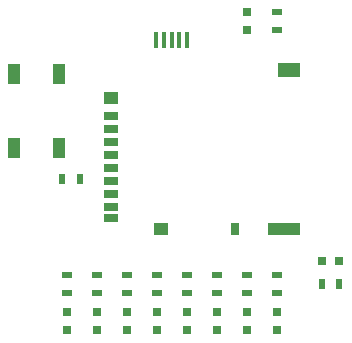
<source format=gbr>
G04 #@! TF.GenerationSoftware,KiCad,Pcbnew,5.0.0*
G04 #@! TF.CreationDate,2018-11-12T22:36:05-05:00*
G04 #@! TF.ProjectId,dot-driver,646F742D6472697665722E6B69636164,rev?*
G04 #@! TF.SameCoordinates,Original*
G04 #@! TF.FileFunction,Paste,Top*
G04 #@! TF.FilePolarity,Positive*
%FSLAX46Y46*%
G04 Gerber Fmt 4.6, Leading zero omitted, Abs format (unit mm)*
G04 Created by KiCad (PCBNEW 5.0.0) date Mon Nov 12 22:36:05 2018*
%MOMM*%
%LPD*%
G01*
G04 APERTURE LIST*
%ADD10R,0.797560X0.797560*%
%ADD11R,0.400000X1.350000*%
%ADD12R,0.900000X0.500000*%
%ADD13R,0.500000X0.900000*%
%ADD14R,1.000000X1.700000*%
%ADD15R,1.900000X1.300000*%
%ADD16R,2.800000X1.000000*%
%ADD17R,0.800000X1.000000*%
%ADD18R,1.200000X1.000000*%
%ADD19R,1.200000X0.700000*%
G04 APERTURE END LIST*
D10*
G04 #@! TO.C,D8*
X142240000Y-106794300D03*
X142240000Y-105295700D03*
G04 #@! TD*
G04 #@! TO.C,D5*
X137160000Y-106794300D03*
X137160000Y-105295700D03*
G04 #@! TD*
G04 #@! TO.C,D3*
X132080000Y-105295700D03*
X132080000Y-106794300D03*
G04 #@! TD*
G04 #@! TO.C,D4*
X134620000Y-105295700D03*
X134620000Y-106794300D03*
G04 #@! TD*
G04 #@! TO.C,D6*
X147320000Y-79895700D03*
X147320000Y-81394300D03*
G04 #@! TD*
G04 #@! TO.C,D7*
X139700000Y-106794300D03*
X139700000Y-105295700D03*
G04 #@! TD*
G04 #@! TO.C,D9*
X144780000Y-105295700D03*
X144780000Y-106794300D03*
G04 #@! TD*
G04 #@! TO.C,D10*
X147320000Y-106794300D03*
X147320000Y-105295700D03*
G04 #@! TD*
G04 #@! TO.C,D11*
X149860000Y-105295700D03*
X149860000Y-106794300D03*
G04 #@! TD*
D11*
G04 #@! TO.C,J5*
X142270900Y-82207540D03*
X141620900Y-82207540D03*
X140970900Y-82207540D03*
X140320900Y-82207540D03*
X139670900Y-82207540D03*
G04 #@! TD*
D12*
G04 #@! TO.C,R2*
X132080000Y-103620000D03*
X132080000Y-102120000D03*
G04 #@! TD*
G04 #@! TO.C,R4*
X134620000Y-103620000D03*
X134620000Y-102120000D03*
G04 #@! TD*
D13*
G04 #@! TO.C,R5*
X133175000Y-93980000D03*
X131675000Y-93980000D03*
G04 #@! TD*
D12*
G04 #@! TO.C,R7*
X149860000Y-81395000D03*
X149860000Y-79895000D03*
G04 #@! TD*
G04 #@! TO.C,R8*
X137160000Y-102120000D03*
X137160000Y-103620000D03*
G04 #@! TD*
G04 #@! TO.C,R10*
X139700000Y-103620000D03*
X139700000Y-102120000D03*
G04 #@! TD*
G04 #@! TO.C,R12*
X142240000Y-102120000D03*
X142240000Y-103620000D03*
G04 #@! TD*
G04 #@! TO.C,R14*
X144780000Y-103620000D03*
X144780000Y-102120000D03*
G04 #@! TD*
G04 #@! TO.C,R16*
X147320000Y-102120000D03*
X147320000Y-103620000D03*
G04 #@! TD*
G04 #@! TO.C,R18*
X149860000Y-103620000D03*
X149860000Y-102120000D03*
G04 #@! TD*
D14*
G04 #@! TO.C,SW1*
X127640000Y-91415000D03*
X127640000Y-85115000D03*
X131440000Y-91415000D03*
X131440000Y-85115000D03*
G04 #@! TD*
D15*
G04 #@! TO.C,J14*
X150885000Y-84765000D03*
D16*
X150435000Y-98265000D03*
D17*
X146285000Y-98265000D03*
D18*
X140085000Y-98265000D03*
X135785000Y-87115000D03*
D19*
X135785000Y-95265000D03*
X135785000Y-94165000D03*
X135785000Y-93065000D03*
X135785000Y-91965000D03*
X135785000Y-90865000D03*
X135785000Y-89765000D03*
X135785000Y-88665000D03*
X135785000Y-96365000D03*
X135785000Y-97315000D03*
G04 #@! TD*
D10*
G04 #@! TO.C,D12*
X155168600Y-100965000D03*
X153670000Y-100965000D03*
G04 #@! TD*
D13*
G04 #@! TO.C,R19*
X153670000Y-102870000D03*
X155170000Y-102870000D03*
G04 #@! TD*
M02*

</source>
